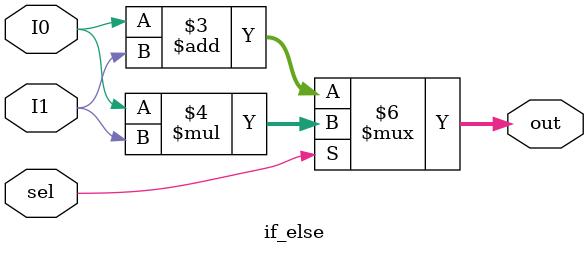
<source format=v>
module if_else(I0,I1,sel,out);
    input I0,I1,sel;
    output reg [1:0]out;


    always @ (I0 or I1 or sel)
    begin
        if (sel == 1'b0)

            out = I0 + I1;
        else 
            out = I0 * I1;       
    end


endmodule

</source>
